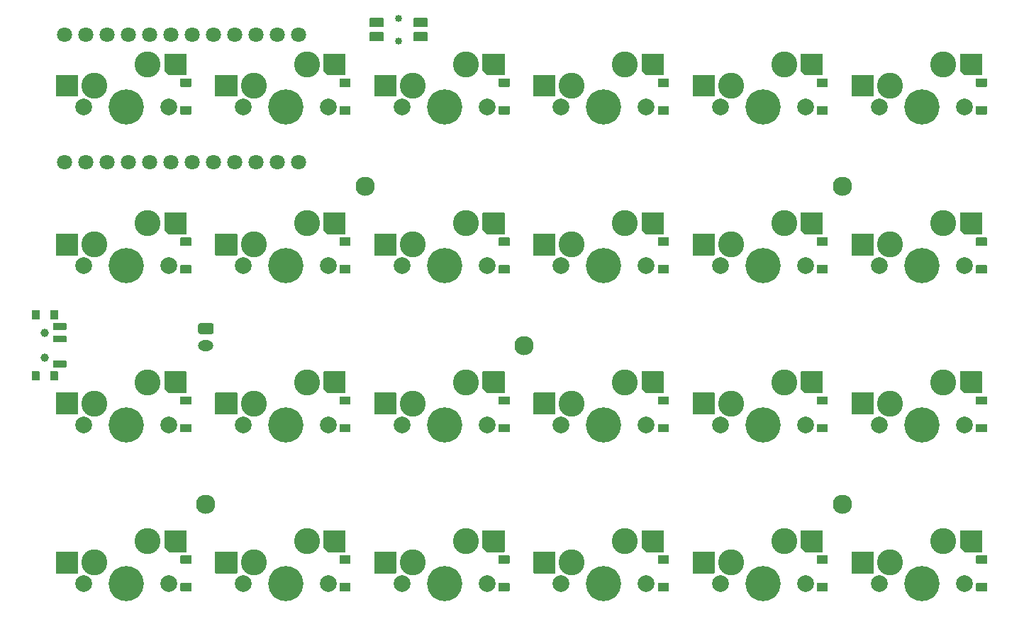
<source format=gbs>
G04 #@! TF.GenerationSoftware,KiCad,Pcbnew,8.0.6+1*
G04 #@! TF.CreationDate,2024-11-11T16:29:32+00:00*
G04 #@! TF.ProjectId,not_about_money,6e6f745f-6162-46f7-9574-5f6d6f6e6579,v1.0.0*
G04 #@! TF.SameCoordinates,Original*
G04 #@! TF.FileFunction,Soldermask,Bot*
G04 #@! TF.FilePolarity,Negative*
%FSLAX46Y46*%
G04 Gerber Fmt 4.6, Leading zero omitted, Abs format (unit mm)*
G04 Created by KiCad (PCBNEW 8.0.6+1) date 2024-11-11 16:29:32*
%MOMM*%
%LPD*%
G01*
G04 APERTURE LIST*
%ADD10C,2.300000*%
%ADD11C,4.200000*%
%ADD12C,2.000000*%
%ADD13C,3.100000*%
%ADD14C,1.800000*%
%ADD15C,1.000000*%
%ADD16C,0.850000*%
%ADD17O,1.850000X1.300000*%
G04 APERTURE END LIST*
D10*
X128500000Y-52500000D03*
X185500000Y-52500000D03*
X185500000Y-90500000D03*
X109500000Y-90500000D03*
X147500000Y-71500000D03*
D11*
X100000000Y-100000000D03*
D12*
X105080000Y-100000000D03*
X94920000Y-100000000D03*
D13*
X102540000Y-94920000D03*
X96190000Y-97460000D03*
G36*
G01*
X91590000Y-98710000D02*
X91590000Y-96210000D01*
G75*
G02*
X91640000Y-96160000I50000J0D01*
G01*
X94190000Y-96160000D01*
G75*
G02*
X94240000Y-96210000I0J-50000D01*
G01*
X94240000Y-98710000D01*
G75*
G02*
X94190000Y-98760000I-50000J0D01*
G01*
X91640000Y-98760000D01*
G75*
G02*
X91590000Y-98710000I0J50000D01*
G01*
G37*
G36*
X107152355Y-93634645D02*
G01*
X107167000Y-93670000D01*
X107167000Y-96170000D01*
X107152355Y-96205355D01*
X107117000Y-96220000D01*
X105067000Y-96220000D01*
X105031645Y-96205355D01*
X104531645Y-95705355D01*
X104517000Y-95670000D01*
X104517000Y-93670000D01*
X104531645Y-93634645D01*
X104567000Y-93620000D01*
X107117000Y-93620000D01*
X107152355Y-93634645D01*
G37*
D11*
X100000000Y-81000000D03*
D12*
X105080000Y-81000000D03*
X94920000Y-81000000D03*
D13*
X102540000Y-75920000D03*
X96190000Y-78460000D03*
G36*
G01*
X91590000Y-79710000D02*
X91590000Y-77210000D01*
G75*
G02*
X91640000Y-77160000I50000J0D01*
G01*
X94190000Y-77160000D01*
G75*
G02*
X94240000Y-77210000I0J-50000D01*
G01*
X94240000Y-79710000D01*
G75*
G02*
X94190000Y-79760000I-50000J0D01*
G01*
X91640000Y-79760000D01*
G75*
G02*
X91590000Y-79710000I0J50000D01*
G01*
G37*
G36*
X107152355Y-74634645D02*
G01*
X107167000Y-74670000D01*
X107167000Y-77170000D01*
X107152355Y-77205355D01*
X107117000Y-77220000D01*
X105067000Y-77220000D01*
X105031645Y-77205355D01*
X104531645Y-76705355D01*
X104517000Y-76670000D01*
X104517000Y-74670000D01*
X104531645Y-74634645D01*
X104567000Y-74620000D01*
X107117000Y-74620000D01*
X107152355Y-74634645D01*
G37*
D11*
X100000000Y-62000000D03*
D12*
X105080000Y-62000000D03*
X94920000Y-62000000D03*
D13*
X102540000Y-56920000D03*
X96190000Y-59460000D03*
G36*
G01*
X91590000Y-60710000D02*
X91590000Y-58210000D01*
G75*
G02*
X91640000Y-58160000I50000J0D01*
G01*
X94190000Y-58160000D01*
G75*
G02*
X94240000Y-58210000I0J-50000D01*
G01*
X94240000Y-60710000D01*
G75*
G02*
X94190000Y-60760000I-50000J0D01*
G01*
X91640000Y-60760000D01*
G75*
G02*
X91590000Y-60710000I0J50000D01*
G01*
G37*
G36*
X107152355Y-55634645D02*
G01*
X107167000Y-55670000D01*
X107167000Y-58170000D01*
X107152355Y-58205355D01*
X107117000Y-58220000D01*
X105067000Y-58220000D01*
X105031645Y-58205355D01*
X104531645Y-57705355D01*
X104517000Y-57670000D01*
X104517000Y-55670000D01*
X104531645Y-55634645D01*
X104567000Y-55620000D01*
X107117000Y-55620000D01*
X107152355Y-55634645D01*
G37*
D11*
X100000000Y-43000000D03*
D12*
X105080000Y-43000000D03*
X94920000Y-43000000D03*
D13*
X102540000Y-37920000D03*
X96190000Y-40460000D03*
G36*
G01*
X91590000Y-41710000D02*
X91590000Y-39210000D01*
G75*
G02*
X91640000Y-39160000I50000J0D01*
G01*
X94190000Y-39160000D01*
G75*
G02*
X94240000Y-39210000I0J-50000D01*
G01*
X94240000Y-41710000D01*
G75*
G02*
X94190000Y-41760000I-50000J0D01*
G01*
X91640000Y-41760000D01*
G75*
G02*
X91590000Y-41710000I0J50000D01*
G01*
G37*
G36*
X107152355Y-36634645D02*
G01*
X107167000Y-36670000D01*
X107167000Y-39170000D01*
X107152355Y-39205355D01*
X107117000Y-39220000D01*
X105067000Y-39220000D01*
X105031645Y-39205355D01*
X104531645Y-38705355D01*
X104517000Y-38670000D01*
X104517000Y-36670000D01*
X104531645Y-36634645D01*
X104567000Y-36620000D01*
X107117000Y-36620000D01*
X107152355Y-36634645D01*
G37*
D11*
X119000000Y-100000000D03*
D12*
X124080000Y-100000000D03*
X113920000Y-100000000D03*
D13*
X121540000Y-94920000D03*
X115190000Y-97460000D03*
G36*
G01*
X110590000Y-98710000D02*
X110590000Y-96210000D01*
G75*
G02*
X110640000Y-96160000I50000J0D01*
G01*
X113190000Y-96160000D01*
G75*
G02*
X113240000Y-96210000I0J-50000D01*
G01*
X113240000Y-98710000D01*
G75*
G02*
X113190000Y-98760000I-50000J0D01*
G01*
X110640000Y-98760000D01*
G75*
G02*
X110590000Y-98710000I0J50000D01*
G01*
G37*
G36*
X126152355Y-93634645D02*
G01*
X126167000Y-93670000D01*
X126167000Y-96170000D01*
X126152355Y-96205355D01*
X126117000Y-96220000D01*
X124067000Y-96220000D01*
X124031645Y-96205355D01*
X123531645Y-95705355D01*
X123517000Y-95670000D01*
X123517000Y-93670000D01*
X123531645Y-93634645D01*
X123567000Y-93620000D01*
X126117000Y-93620000D01*
X126152355Y-93634645D01*
G37*
D11*
X119000000Y-81000000D03*
D12*
X124080000Y-81000000D03*
X113920000Y-81000000D03*
D13*
X121540000Y-75920000D03*
X115190000Y-78460000D03*
G36*
G01*
X110590000Y-79710000D02*
X110590000Y-77210000D01*
G75*
G02*
X110640000Y-77160000I50000J0D01*
G01*
X113190000Y-77160000D01*
G75*
G02*
X113240000Y-77210000I0J-50000D01*
G01*
X113240000Y-79710000D01*
G75*
G02*
X113190000Y-79760000I-50000J0D01*
G01*
X110640000Y-79760000D01*
G75*
G02*
X110590000Y-79710000I0J50000D01*
G01*
G37*
G36*
X126152355Y-74634645D02*
G01*
X126167000Y-74670000D01*
X126167000Y-77170000D01*
X126152355Y-77205355D01*
X126117000Y-77220000D01*
X124067000Y-77220000D01*
X124031645Y-77205355D01*
X123531645Y-76705355D01*
X123517000Y-76670000D01*
X123517000Y-74670000D01*
X123531645Y-74634645D01*
X123567000Y-74620000D01*
X126117000Y-74620000D01*
X126152355Y-74634645D01*
G37*
D11*
X119000000Y-62000000D03*
D12*
X124080000Y-62000000D03*
X113920000Y-62000000D03*
D13*
X121540000Y-56920000D03*
X115190000Y-59460000D03*
G36*
G01*
X110590000Y-60710000D02*
X110590000Y-58210000D01*
G75*
G02*
X110640000Y-58160000I50000J0D01*
G01*
X113190000Y-58160000D01*
G75*
G02*
X113240000Y-58210000I0J-50000D01*
G01*
X113240000Y-60710000D01*
G75*
G02*
X113190000Y-60760000I-50000J0D01*
G01*
X110640000Y-60760000D01*
G75*
G02*
X110590000Y-60710000I0J50000D01*
G01*
G37*
G36*
X126152355Y-55634645D02*
G01*
X126167000Y-55670000D01*
X126167000Y-58170000D01*
X126152355Y-58205355D01*
X126117000Y-58220000D01*
X124067000Y-58220000D01*
X124031645Y-58205355D01*
X123531645Y-57705355D01*
X123517000Y-57670000D01*
X123517000Y-55670000D01*
X123531645Y-55634645D01*
X123567000Y-55620000D01*
X126117000Y-55620000D01*
X126152355Y-55634645D01*
G37*
D11*
X119000000Y-43000000D03*
D12*
X124080000Y-43000000D03*
X113920000Y-43000000D03*
D13*
X121540000Y-37920000D03*
X115190000Y-40460000D03*
G36*
G01*
X110590000Y-41710000D02*
X110590000Y-39210000D01*
G75*
G02*
X110640000Y-39160000I50000J0D01*
G01*
X113190000Y-39160000D01*
G75*
G02*
X113240000Y-39210000I0J-50000D01*
G01*
X113240000Y-41710000D01*
G75*
G02*
X113190000Y-41760000I-50000J0D01*
G01*
X110640000Y-41760000D01*
G75*
G02*
X110590000Y-41710000I0J50000D01*
G01*
G37*
G36*
X126152355Y-36634645D02*
G01*
X126167000Y-36670000D01*
X126167000Y-39170000D01*
X126152355Y-39205355D01*
X126117000Y-39220000D01*
X124067000Y-39220000D01*
X124031645Y-39205355D01*
X123531645Y-38705355D01*
X123517000Y-38670000D01*
X123517000Y-36670000D01*
X123531645Y-36634645D01*
X123567000Y-36620000D01*
X126117000Y-36620000D01*
X126152355Y-36634645D01*
G37*
D11*
X138000000Y-100000000D03*
D12*
X143080000Y-100000000D03*
X132920000Y-100000000D03*
D13*
X140540000Y-94920000D03*
X134190000Y-97460000D03*
G36*
G01*
X129590000Y-98710000D02*
X129590000Y-96210000D01*
G75*
G02*
X129640000Y-96160000I50000J0D01*
G01*
X132190000Y-96160000D01*
G75*
G02*
X132240000Y-96210000I0J-50000D01*
G01*
X132240000Y-98710000D01*
G75*
G02*
X132190000Y-98760000I-50000J0D01*
G01*
X129640000Y-98760000D01*
G75*
G02*
X129590000Y-98710000I0J50000D01*
G01*
G37*
G36*
X145152355Y-93634645D02*
G01*
X145167000Y-93670000D01*
X145167000Y-96170000D01*
X145152355Y-96205355D01*
X145117000Y-96220000D01*
X143067000Y-96220000D01*
X143031645Y-96205355D01*
X142531645Y-95705355D01*
X142517000Y-95670000D01*
X142517000Y-93670000D01*
X142531645Y-93634645D01*
X142567000Y-93620000D01*
X145117000Y-93620000D01*
X145152355Y-93634645D01*
G37*
D11*
X138000000Y-81000000D03*
D12*
X143080000Y-81000000D03*
X132920000Y-81000000D03*
D13*
X140540000Y-75920000D03*
X134190000Y-78460000D03*
G36*
G01*
X129590000Y-79710000D02*
X129590000Y-77210000D01*
G75*
G02*
X129640000Y-77160000I50000J0D01*
G01*
X132190000Y-77160000D01*
G75*
G02*
X132240000Y-77210000I0J-50000D01*
G01*
X132240000Y-79710000D01*
G75*
G02*
X132190000Y-79760000I-50000J0D01*
G01*
X129640000Y-79760000D01*
G75*
G02*
X129590000Y-79710000I0J50000D01*
G01*
G37*
G36*
X145152355Y-74634645D02*
G01*
X145167000Y-74670000D01*
X145167000Y-77170000D01*
X145152355Y-77205355D01*
X145117000Y-77220000D01*
X143067000Y-77220000D01*
X143031645Y-77205355D01*
X142531645Y-76705355D01*
X142517000Y-76670000D01*
X142517000Y-74670000D01*
X142531645Y-74634645D01*
X142567000Y-74620000D01*
X145117000Y-74620000D01*
X145152355Y-74634645D01*
G37*
D11*
X138000000Y-62000000D03*
D12*
X143080000Y-62000000D03*
X132920000Y-62000000D03*
D13*
X140540000Y-56920000D03*
X134190000Y-59460000D03*
G36*
G01*
X129590000Y-60710000D02*
X129590000Y-58210000D01*
G75*
G02*
X129640000Y-58160000I50000J0D01*
G01*
X132190000Y-58160000D01*
G75*
G02*
X132240000Y-58210000I0J-50000D01*
G01*
X132240000Y-60710000D01*
G75*
G02*
X132190000Y-60760000I-50000J0D01*
G01*
X129640000Y-60760000D01*
G75*
G02*
X129590000Y-60710000I0J50000D01*
G01*
G37*
G36*
X145152355Y-55634645D02*
G01*
X145167000Y-55670000D01*
X145167000Y-58170000D01*
X145152355Y-58205355D01*
X145117000Y-58220000D01*
X143067000Y-58220000D01*
X143031645Y-58205355D01*
X142531645Y-57705355D01*
X142517000Y-57670000D01*
X142517000Y-55670000D01*
X142531645Y-55634645D01*
X142567000Y-55620000D01*
X145117000Y-55620000D01*
X145152355Y-55634645D01*
G37*
D11*
X138000000Y-43000000D03*
D12*
X143080000Y-43000000D03*
X132920000Y-43000000D03*
D13*
X140540000Y-37920000D03*
X134190000Y-40460000D03*
G36*
G01*
X129590000Y-41710000D02*
X129590000Y-39210000D01*
G75*
G02*
X129640000Y-39160000I50000J0D01*
G01*
X132190000Y-39160000D01*
G75*
G02*
X132240000Y-39210000I0J-50000D01*
G01*
X132240000Y-41710000D01*
G75*
G02*
X132190000Y-41760000I-50000J0D01*
G01*
X129640000Y-41760000D01*
G75*
G02*
X129590000Y-41710000I0J50000D01*
G01*
G37*
G36*
X145152355Y-36634645D02*
G01*
X145167000Y-36670000D01*
X145167000Y-39170000D01*
X145152355Y-39205355D01*
X145117000Y-39220000D01*
X143067000Y-39220000D01*
X143031645Y-39205355D01*
X142531645Y-38705355D01*
X142517000Y-38670000D01*
X142517000Y-36670000D01*
X142531645Y-36634645D01*
X142567000Y-36620000D01*
X145117000Y-36620000D01*
X145152355Y-36634645D01*
G37*
D11*
X157000000Y-100000000D03*
D12*
X162080000Y-100000000D03*
X151920000Y-100000000D03*
D13*
X159540000Y-94920000D03*
X153190000Y-97460000D03*
G36*
G01*
X148590000Y-98710000D02*
X148590000Y-96210000D01*
G75*
G02*
X148640000Y-96160000I50000J0D01*
G01*
X151190000Y-96160000D01*
G75*
G02*
X151240000Y-96210000I0J-50000D01*
G01*
X151240000Y-98710000D01*
G75*
G02*
X151190000Y-98760000I-50000J0D01*
G01*
X148640000Y-98760000D01*
G75*
G02*
X148590000Y-98710000I0J50000D01*
G01*
G37*
G36*
X164152355Y-93634645D02*
G01*
X164167000Y-93670000D01*
X164167000Y-96170000D01*
X164152355Y-96205355D01*
X164117000Y-96220000D01*
X162067000Y-96220000D01*
X162031645Y-96205355D01*
X161531645Y-95705355D01*
X161517000Y-95670000D01*
X161517000Y-93670000D01*
X161531645Y-93634645D01*
X161567000Y-93620000D01*
X164117000Y-93620000D01*
X164152355Y-93634645D01*
G37*
D11*
X157000000Y-81000000D03*
D12*
X162080000Y-81000000D03*
X151920000Y-81000000D03*
D13*
X159540000Y-75920000D03*
X153190000Y-78460000D03*
G36*
G01*
X148590000Y-79710000D02*
X148590000Y-77210000D01*
G75*
G02*
X148640000Y-77160000I50000J0D01*
G01*
X151190000Y-77160000D01*
G75*
G02*
X151240000Y-77210000I0J-50000D01*
G01*
X151240000Y-79710000D01*
G75*
G02*
X151190000Y-79760000I-50000J0D01*
G01*
X148640000Y-79760000D01*
G75*
G02*
X148590000Y-79710000I0J50000D01*
G01*
G37*
G36*
X164152355Y-74634645D02*
G01*
X164167000Y-74670000D01*
X164167000Y-77170000D01*
X164152355Y-77205355D01*
X164117000Y-77220000D01*
X162067000Y-77220000D01*
X162031645Y-77205355D01*
X161531645Y-76705355D01*
X161517000Y-76670000D01*
X161517000Y-74670000D01*
X161531645Y-74634645D01*
X161567000Y-74620000D01*
X164117000Y-74620000D01*
X164152355Y-74634645D01*
G37*
D11*
X157000000Y-62000000D03*
D12*
X162080000Y-62000000D03*
X151920000Y-62000000D03*
D13*
X159540000Y-56920000D03*
X153190000Y-59460000D03*
G36*
G01*
X148590000Y-60710000D02*
X148590000Y-58210000D01*
G75*
G02*
X148640000Y-58160000I50000J0D01*
G01*
X151190000Y-58160000D01*
G75*
G02*
X151240000Y-58210000I0J-50000D01*
G01*
X151240000Y-60710000D01*
G75*
G02*
X151190000Y-60760000I-50000J0D01*
G01*
X148640000Y-60760000D01*
G75*
G02*
X148590000Y-60710000I0J50000D01*
G01*
G37*
G36*
X164152355Y-55634645D02*
G01*
X164167000Y-55670000D01*
X164167000Y-58170000D01*
X164152355Y-58205355D01*
X164117000Y-58220000D01*
X162067000Y-58220000D01*
X162031645Y-58205355D01*
X161531645Y-57705355D01*
X161517000Y-57670000D01*
X161517000Y-55670000D01*
X161531645Y-55634645D01*
X161567000Y-55620000D01*
X164117000Y-55620000D01*
X164152355Y-55634645D01*
G37*
D11*
X157000000Y-43000000D03*
D12*
X162080000Y-43000000D03*
X151920000Y-43000000D03*
D13*
X159540000Y-37920000D03*
X153190000Y-40460000D03*
G36*
G01*
X148590000Y-41710000D02*
X148590000Y-39210000D01*
G75*
G02*
X148640000Y-39160000I50000J0D01*
G01*
X151190000Y-39160000D01*
G75*
G02*
X151240000Y-39210000I0J-50000D01*
G01*
X151240000Y-41710000D01*
G75*
G02*
X151190000Y-41760000I-50000J0D01*
G01*
X148640000Y-41760000D01*
G75*
G02*
X148590000Y-41710000I0J50000D01*
G01*
G37*
G36*
X164152355Y-36634645D02*
G01*
X164167000Y-36670000D01*
X164167000Y-39170000D01*
X164152355Y-39205355D01*
X164117000Y-39220000D01*
X162067000Y-39220000D01*
X162031645Y-39205355D01*
X161531645Y-38705355D01*
X161517000Y-38670000D01*
X161517000Y-36670000D01*
X161531645Y-36634645D01*
X161567000Y-36620000D01*
X164117000Y-36620000D01*
X164152355Y-36634645D01*
G37*
D11*
X176000000Y-100000000D03*
D12*
X181080000Y-100000000D03*
X170920000Y-100000000D03*
D13*
X178540000Y-94920000D03*
X172190000Y-97460000D03*
G36*
G01*
X167590000Y-98710000D02*
X167590000Y-96210000D01*
G75*
G02*
X167640000Y-96160000I50000J0D01*
G01*
X170190000Y-96160000D01*
G75*
G02*
X170240000Y-96210000I0J-50000D01*
G01*
X170240000Y-98710000D01*
G75*
G02*
X170190000Y-98760000I-50000J0D01*
G01*
X167640000Y-98760000D01*
G75*
G02*
X167590000Y-98710000I0J50000D01*
G01*
G37*
G36*
X183152355Y-93634645D02*
G01*
X183167000Y-93670000D01*
X183167000Y-96170000D01*
X183152355Y-96205355D01*
X183117000Y-96220000D01*
X181067000Y-96220000D01*
X181031645Y-96205355D01*
X180531645Y-95705355D01*
X180517000Y-95670000D01*
X180517000Y-93670000D01*
X180531645Y-93634645D01*
X180567000Y-93620000D01*
X183117000Y-93620000D01*
X183152355Y-93634645D01*
G37*
D11*
X176000000Y-81000000D03*
D12*
X181080000Y-81000000D03*
X170920000Y-81000000D03*
D13*
X178540000Y-75920000D03*
X172190000Y-78460000D03*
G36*
G01*
X167590000Y-79710000D02*
X167590000Y-77210000D01*
G75*
G02*
X167640000Y-77160000I50000J0D01*
G01*
X170190000Y-77160000D01*
G75*
G02*
X170240000Y-77210000I0J-50000D01*
G01*
X170240000Y-79710000D01*
G75*
G02*
X170190000Y-79760000I-50000J0D01*
G01*
X167640000Y-79760000D01*
G75*
G02*
X167590000Y-79710000I0J50000D01*
G01*
G37*
G36*
X183152355Y-74634645D02*
G01*
X183167000Y-74670000D01*
X183167000Y-77170000D01*
X183152355Y-77205355D01*
X183117000Y-77220000D01*
X181067000Y-77220000D01*
X181031645Y-77205355D01*
X180531645Y-76705355D01*
X180517000Y-76670000D01*
X180517000Y-74670000D01*
X180531645Y-74634645D01*
X180567000Y-74620000D01*
X183117000Y-74620000D01*
X183152355Y-74634645D01*
G37*
D11*
X176000000Y-62000000D03*
D12*
X181080000Y-62000000D03*
X170920000Y-62000000D03*
D13*
X178540000Y-56920000D03*
X172190000Y-59460000D03*
G36*
G01*
X167590000Y-60710000D02*
X167590000Y-58210000D01*
G75*
G02*
X167640000Y-58160000I50000J0D01*
G01*
X170190000Y-58160000D01*
G75*
G02*
X170240000Y-58210000I0J-50000D01*
G01*
X170240000Y-60710000D01*
G75*
G02*
X170190000Y-60760000I-50000J0D01*
G01*
X167640000Y-60760000D01*
G75*
G02*
X167590000Y-60710000I0J50000D01*
G01*
G37*
G36*
X183152355Y-55634645D02*
G01*
X183167000Y-55670000D01*
X183167000Y-58170000D01*
X183152355Y-58205355D01*
X183117000Y-58220000D01*
X181067000Y-58220000D01*
X181031645Y-58205355D01*
X180531645Y-57705355D01*
X180517000Y-57670000D01*
X180517000Y-55670000D01*
X180531645Y-55634645D01*
X180567000Y-55620000D01*
X183117000Y-55620000D01*
X183152355Y-55634645D01*
G37*
D11*
X176000000Y-43000000D03*
D12*
X181080000Y-43000000D03*
X170920000Y-43000000D03*
D13*
X178540000Y-37920000D03*
X172190000Y-40460000D03*
G36*
G01*
X167590000Y-41710000D02*
X167590000Y-39210000D01*
G75*
G02*
X167640000Y-39160000I50000J0D01*
G01*
X170190000Y-39160000D01*
G75*
G02*
X170240000Y-39210000I0J-50000D01*
G01*
X170240000Y-41710000D01*
G75*
G02*
X170190000Y-41760000I-50000J0D01*
G01*
X167640000Y-41760000D01*
G75*
G02*
X167590000Y-41710000I0J50000D01*
G01*
G37*
G36*
X183152355Y-36634645D02*
G01*
X183167000Y-36670000D01*
X183167000Y-39170000D01*
X183152355Y-39205355D01*
X183117000Y-39220000D01*
X181067000Y-39220000D01*
X181031645Y-39205355D01*
X180531645Y-38705355D01*
X180517000Y-38670000D01*
X180517000Y-36670000D01*
X180531645Y-36634645D01*
X180567000Y-36620000D01*
X183117000Y-36620000D01*
X183152355Y-36634645D01*
G37*
D11*
X195000000Y-100000000D03*
D12*
X200080000Y-100000000D03*
X189920000Y-100000000D03*
D13*
X197540000Y-94920000D03*
X191190000Y-97460000D03*
G36*
G01*
X186590000Y-98710000D02*
X186590000Y-96210000D01*
G75*
G02*
X186640000Y-96160000I50000J0D01*
G01*
X189190000Y-96160000D01*
G75*
G02*
X189240000Y-96210000I0J-50000D01*
G01*
X189240000Y-98710000D01*
G75*
G02*
X189190000Y-98760000I-50000J0D01*
G01*
X186640000Y-98760000D01*
G75*
G02*
X186590000Y-98710000I0J50000D01*
G01*
G37*
G36*
X202152355Y-93634645D02*
G01*
X202167000Y-93670000D01*
X202167000Y-96170000D01*
X202152355Y-96205355D01*
X202117000Y-96220000D01*
X200067000Y-96220000D01*
X200031645Y-96205355D01*
X199531645Y-95705355D01*
X199517000Y-95670000D01*
X199517000Y-93670000D01*
X199531645Y-93634645D01*
X199567000Y-93620000D01*
X202117000Y-93620000D01*
X202152355Y-93634645D01*
G37*
D11*
X195000000Y-81000000D03*
D12*
X200080000Y-81000000D03*
X189920000Y-81000000D03*
D13*
X197540000Y-75920000D03*
X191190000Y-78460000D03*
G36*
G01*
X186590000Y-79710000D02*
X186590000Y-77210000D01*
G75*
G02*
X186640000Y-77160000I50000J0D01*
G01*
X189190000Y-77160000D01*
G75*
G02*
X189240000Y-77210000I0J-50000D01*
G01*
X189240000Y-79710000D01*
G75*
G02*
X189190000Y-79760000I-50000J0D01*
G01*
X186640000Y-79760000D01*
G75*
G02*
X186590000Y-79710000I0J50000D01*
G01*
G37*
G36*
X202152355Y-74634645D02*
G01*
X202167000Y-74670000D01*
X202167000Y-77170000D01*
X202152355Y-77205355D01*
X202117000Y-77220000D01*
X200067000Y-77220000D01*
X200031645Y-77205355D01*
X199531645Y-76705355D01*
X199517000Y-76670000D01*
X199517000Y-74670000D01*
X199531645Y-74634645D01*
X199567000Y-74620000D01*
X202117000Y-74620000D01*
X202152355Y-74634645D01*
G37*
D11*
X195000000Y-62000000D03*
D12*
X200080000Y-62000000D03*
X189920000Y-62000000D03*
D13*
X197540000Y-56920000D03*
X191190000Y-59460000D03*
G36*
G01*
X186590000Y-60710000D02*
X186590000Y-58210000D01*
G75*
G02*
X186640000Y-58160000I50000J0D01*
G01*
X189190000Y-58160000D01*
G75*
G02*
X189240000Y-58210000I0J-50000D01*
G01*
X189240000Y-60710000D01*
G75*
G02*
X189190000Y-60760000I-50000J0D01*
G01*
X186640000Y-60760000D01*
G75*
G02*
X186590000Y-60710000I0J50000D01*
G01*
G37*
G36*
X202152355Y-55634645D02*
G01*
X202167000Y-55670000D01*
X202167000Y-58170000D01*
X202152355Y-58205355D01*
X202117000Y-58220000D01*
X200067000Y-58220000D01*
X200031645Y-58205355D01*
X199531645Y-57705355D01*
X199517000Y-57670000D01*
X199517000Y-55670000D01*
X199531645Y-55634645D01*
X199567000Y-55620000D01*
X202117000Y-55620000D01*
X202152355Y-55634645D01*
G37*
D11*
X195000000Y-43000000D03*
D12*
X200080000Y-43000000D03*
X189920000Y-43000000D03*
D13*
X197540000Y-37920000D03*
X191190000Y-40460000D03*
G36*
G01*
X186590000Y-41710000D02*
X186590000Y-39210000D01*
G75*
G02*
X186640000Y-39160000I50000J0D01*
G01*
X189190000Y-39160000D01*
G75*
G02*
X189240000Y-39210000I0J-50000D01*
G01*
X189240000Y-41710000D01*
G75*
G02*
X189190000Y-41760000I-50000J0D01*
G01*
X186640000Y-41760000D01*
G75*
G02*
X186590000Y-41710000I0J50000D01*
G01*
G37*
G36*
X202152355Y-36634645D02*
G01*
X202167000Y-36670000D01*
X202167000Y-39170000D01*
X202152355Y-39205355D01*
X202117000Y-39220000D01*
X200067000Y-39220000D01*
X200031645Y-39205355D01*
X199531645Y-38705355D01*
X199517000Y-38670000D01*
X199517000Y-36670000D01*
X199531645Y-36634645D01*
X199567000Y-36620000D01*
X202117000Y-36620000D01*
X202152355Y-36634645D01*
G37*
G36*
G01*
X107700000Y-97600000D02*
X106500000Y-97600000D01*
G75*
G02*
X106450000Y-97550000I0J50000D01*
G01*
X106450000Y-96650000D01*
G75*
G02*
X106500000Y-96600000I50000J0D01*
G01*
X107700000Y-96600000D01*
G75*
G02*
X107750000Y-96650000I0J-50000D01*
G01*
X107750000Y-97550000D01*
G75*
G02*
X107700000Y-97600000I-50000J0D01*
G01*
G37*
G36*
G01*
X107700000Y-100900000D02*
X106500000Y-100900000D01*
G75*
G02*
X106450000Y-100850000I0J50000D01*
G01*
X106450000Y-99950000D01*
G75*
G02*
X106500000Y-99900000I50000J0D01*
G01*
X107700000Y-99900000D01*
G75*
G02*
X107750000Y-99950000I0J-50000D01*
G01*
X107750000Y-100850000D01*
G75*
G02*
X107700000Y-100900000I-50000J0D01*
G01*
G37*
G36*
G01*
X107700000Y-78600000D02*
X106500000Y-78600000D01*
G75*
G02*
X106450000Y-78550000I0J50000D01*
G01*
X106450000Y-77650000D01*
G75*
G02*
X106500000Y-77600000I50000J0D01*
G01*
X107700000Y-77600000D01*
G75*
G02*
X107750000Y-77650000I0J-50000D01*
G01*
X107750000Y-78550000D01*
G75*
G02*
X107700000Y-78600000I-50000J0D01*
G01*
G37*
G36*
G01*
X107700000Y-81900000D02*
X106500000Y-81900000D01*
G75*
G02*
X106450000Y-81850000I0J50000D01*
G01*
X106450000Y-80950000D01*
G75*
G02*
X106500000Y-80900000I50000J0D01*
G01*
X107700000Y-80900000D01*
G75*
G02*
X107750000Y-80950000I0J-50000D01*
G01*
X107750000Y-81850000D01*
G75*
G02*
X107700000Y-81900000I-50000J0D01*
G01*
G37*
G36*
G01*
X107700000Y-59600000D02*
X106500000Y-59600000D01*
G75*
G02*
X106450000Y-59550000I0J50000D01*
G01*
X106450000Y-58650000D01*
G75*
G02*
X106500000Y-58600000I50000J0D01*
G01*
X107700000Y-58600000D01*
G75*
G02*
X107750000Y-58650000I0J-50000D01*
G01*
X107750000Y-59550000D01*
G75*
G02*
X107700000Y-59600000I-50000J0D01*
G01*
G37*
G36*
G01*
X107700000Y-62900000D02*
X106500000Y-62900000D01*
G75*
G02*
X106450000Y-62850000I0J50000D01*
G01*
X106450000Y-61950000D01*
G75*
G02*
X106500000Y-61900000I50000J0D01*
G01*
X107700000Y-61900000D01*
G75*
G02*
X107750000Y-61950000I0J-50000D01*
G01*
X107750000Y-62850000D01*
G75*
G02*
X107700000Y-62900000I-50000J0D01*
G01*
G37*
G36*
G01*
X107700000Y-40600000D02*
X106500000Y-40600000D01*
G75*
G02*
X106450000Y-40550000I0J50000D01*
G01*
X106450000Y-39650000D01*
G75*
G02*
X106500000Y-39600000I50000J0D01*
G01*
X107700000Y-39600000D01*
G75*
G02*
X107750000Y-39650000I0J-50000D01*
G01*
X107750000Y-40550000D01*
G75*
G02*
X107700000Y-40600000I-50000J0D01*
G01*
G37*
G36*
G01*
X107700000Y-43900000D02*
X106500000Y-43900000D01*
G75*
G02*
X106450000Y-43850000I0J50000D01*
G01*
X106450000Y-42950000D01*
G75*
G02*
X106500000Y-42900000I50000J0D01*
G01*
X107700000Y-42900000D01*
G75*
G02*
X107750000Y-42950000I0J-50000D01*
G01*
X107750000Y-43850000D01*
G75*
G02*
X107700000Y-43900000I-50000J0D01*
G01*
G37*
G36*
G01*
X126700000Y-97600000D02*
X125500000Y-97600000D01*
G75*
G02*
X125450000Y-97550000I0J50000D01*
G01*
X125450000Y-96650000D01*
G75*
G02*
X125500000Y-96600000I50000J0D01*
G01*
X126700000Y-96600000D01*
G75*
G02*
X126750000Y-96650000I0J-50000D01*
G01*
X126750000Y-97550000D01*
G75*
G02*
X126700000Y-97600000I-50000J0D01*
G01*
G37*
G36*
G01*
X126700000Y-100900000D02*
X125500000Y-100900000D01*
G75*
G02*
X125450000Y-100850000I0J50000D01*
G01*
X125450000Y-99950000D01*
G75*
G02*
X125500000Y-99900000I50000J0D01*
G01*
X126700000Y-99900000D01*
G75*
G02*
X126750000Y-99950000I0J-50000D01*
G01*
X126750000Y-100850000D01*
G75*
G02*
X126700000Y-100900000I-50000J0D01*
G01*
G37*
G36*
G01*
X126700000Y-78600000D02*
X125500000Y-78600000D01*
G75*
G02*
X125450000Y-78550000I0J50000D01*
G01*
X125450000Y-77650000D01*
G75*
G02*
X125500000Y-77600000I50000J0D01*
G01*
X126700000Y-77600000D01*
G75*
G02*
X126750000Y-77650000I0J-50000D01*
G01*
X126750000Y-78550000D01*
G75*
G02*
X126700000Y-78600000I-50000J0D01*
G01*
G37*
G36*
G01*
X126700000Y-81900000D02*
X125500000Y-81900000D01*
G75*
G02*
X125450000Y-81850000I0J50000D01*
G01*
X125450000Y-80950000D01*
G75*
G02*
X125500000Y-80900000I50000J0D01*
G01*
X126700000Y-80900000D01*
G75*
G02*
X126750000Y-80950000I0J-50000D01*
G01*
X126750000Y-81850000D01*
G75*
G02*
X126700000Y-81900000I-50000J0D01*
G01*
G37*
G36*
G01*
X126700000Y-59600000D02*
X125500000Y-59600000D01*
G75*
G02*
X125450000Y-59550000I0J50000D01*
G01*
X125450000Y-58650000D01*
G75*
G02*
X125500000Y-58600000I50000J0D01*
G01*
X126700000Y-58600000D01*
G75*
G02*
X126750000Y-58650000I0J-50000D01*
G01*
X126750000Y-59550000D01*
G75*
G02*
X126700000Y-59600000I-50000J0D01*
G01*
G37*
G36*
G01*
X126700000Y-62900000D02*
X125500000Y-62900000D01*
G75*
G02*
X125450000Y-62850000I0J50000D01*
G01*
X125450000Y-61950000D01*
G75*
G02*
X125500000Y-61900000I50000J0D01*
G01*
X126700000Y-61900000D01*
G75*
G02*
X126750000Y-61950000I0J-50000D01*
G01*
X126750000Y-62850000D01*
G75*
G02*
X126700000Y-62900000I-50000J0D01*
G01*
G37*
G36*
G01*
X126700000Y-40600000D02*
X125500000Y-40600000D01*
G75*
G02*
X125450000Y-40550000I0J50000D01*
G01*
X125450000Y-39650000D01*
G75*
G02*
X125500000Y-39600000I50000J0D01*
G01*
X126700000Y-39600000D01*
G75*
G02*
X126750000Y-39650000I0J-50000D01*
G01*
X126750000Y-40550000D01*
G75*
G02*
X126700000Y-40600000I-50000J0D01*
G01*
G37*
G36*
G01*
X126700000Y-43900000D02*
X125500000Y-43900000D01*
G75*
G02*
X125450000Y-43850000I0J50000D01*
G01*
X125450000Y-42950000D01*
G75*
G02*
X125500000Y-42900000I50000J0D01*
G01*
X126700000Y-42900000D01*
G75*
G02*
X126750000Y-42950000I0J-50000D01*
G01*
X126750000Y-43850000D01*
G75*
G02*
X126700000Y-43900000I-50000J0D01*
G01*
G37*
G36*
G01*
X145700000Y-97600000D02*
X144500000Y-97600000D01*
G75*
G02*
X144450000Y-97550000I0J50000D01*
G01*
X144450000Y-96650000D01*
G75*
G02*
X144500000Y-96600000I50000J0D01*
G01*
X145700000Y-96600000D01*
G75*
G02*
X145750000Y-96650000I0J-50000D01*
G01*
X145750000Y-97550000D01*
G75*
G02*
X145700000Y-97600000I-50000J0D01*
G01*
G37*
G36*
G01*
X145700000Y-100900000D02*
X144500000Y-100900000D01*
G75*
G02*
X144450000Y-100850000I0J50000D01*
G01*
X144450000Y-99950000D01*
G75*
G02*
X144500000Y-99900000I50000J0D01*
G01*
X145700000Y-99900000D01*
G75*
G02*
X145750000Y-99950000I0J-50000D01*
G01*
X145750000Y-100850000D01*
G75*
G02*
X145700000Y-100900000I-50000J0D01*
G01*
G37*
G36*
G01*
X145700000Y-78600000D02*
X144500000Y-78600000D01*
G75*
G02*
X144450000Y-78550000I0J50000D01*
G01*
X144450000Y-77650000D01*
G75*
G02*
X144500000Y-77600000I50000J0D01*
G01*
X145700000Y-77600000D01*
G75*
G02*
X145750000Y-77650000I0J-50000D01*
G01*
X145750000Y-78550000D01*
G75*
G02*
X145700000Y-78600000I-50000J0D01*
G01*
G37*
G36*
G01*
X145700000Y-81900000D02*
X144500000Y-81900000D01*
G75*
G02*
X144450000Y-81850000I0J50000D01*
G01*
X144450000Y-80950000D01*
G75*
G02*
X144500000Y-80900000I50000J0D01*
G01*
X145700000Y-80900000D01*
G75*
G02*
X145750000Y-80950000I0J-50000D01*
G01*
X145750000Y-81850000D01*
G75*
G02*
X145700000Y-81900000I-50000J0D01*
G01*
G37*
G36*
G01*
X145700000Y-59600000D02*
X144500000Y-59600000D01*
G75*
G02*
X144450000Y-59550000I0J50000D01*
G01*
X144450000Y-58650000D01*
G75*
G02*
X144500000Y-58600000I50000J0D01*
G01*
X145700000Y-58600000D01*
G75*
G02*
X145750000Y-58650000I0J-50000D01*
G01*
X145750000Y-59550000D01*
G75*
G02*
X145700000Y-59600000I-50000J0D01*
G01*
G37*
G36*
G01*
X145700000Y-62900000D02*
X144500000Y-62900000D01*
G75*
G02*
X144450000Y-62850000I0J50000D01*
G01*
X144450000Y-61950000D01*
G75*
G02*
X144500000Y-61900000I50000J0D01*
G01*
X145700000Y-61900000D01*
G75*
G02*
X145750000Y-61950000I0J-50000D01*
G01*
X145750000Y-62850000D01*
G75*
G02*
X145700000Y-62900000I-50000J0D01*
G01*
G37*
G36*
G01*
X145700000Y-40600000D02*
X144500000Y-40600000D01*
G75*
G02*
X144450000Y-40550000I0J50000D01*
G01*
X144450000Y-39650000D01*
G75*
G02*
X144500000Y-39600000I50000J0D01*
G01*
X145700000Y-39600000D01*
G75*
G02*
X145750000Y-39650000I0J-50000D01*
G01*
X145750000Y-40550000D01*
G75*
G02*
X145700000Y-40600000I-50000J0D01*
G01*
G37*
G36*
G01*
X145700000Y-43900000D02*
X144500000Y-43900000D01*
G75*
G02*
X144450000Y-43850000I0J50000D01*
G01*
X144450000Y-42950000D01*
G75*
G02*
X144500000Y-42900000I50000J0D01*
G01*
X145700000Y-42900000D01*
G75*
G02*
X145750000Y-42950000I0J-50000D01*
G01*
X145750000Y-43850000D01*
G75*
G02*
X145700000Y-43900000I-50000J0D01*
G01*
G37*
G36*
G01*
X164700000Y-97600000D02*
X163500000Y-97600000D01*
G75*
G02*
X163450000Y-97550000I0J50000D01*
G01*
X163450000Y-96650000D01*
G75*
G02*
X163500000Y-96600000I50000J0D01*
G01*
X164700000Y-96600000D01*
G75*
G02*
X164750000Y-96650000I0J-50000D01*
G01*
X164750000Y-97550000D01*
G75*
G02*
X164700000Y-97600000I-50000J0D01*
G01*
G37*
G36*
G01*
X164700000Y-100900000D02*
X163500000Y-100900000D01*
G75*
G02*
X163450000Y-100850000I0J50000D01*
G01*
X163450000Y-99950000D01*
G75*
G02*
X163500000Y-99900000I50000J0D01*
G01*
X164700000Y-99900000D01*
G75*
G02*
X164750000Y-99950000I0J-50000D01*
G01*
X164750000Y-100850000D01*
G75*
G02*
X164700000Y-100900000I-50000J0D01*
G01*
G37*
G36*
G01*
X164700000Y-78600000D02*
X163500000Y-78600000D01*
G75*
G02*
X163450000Y-78550000I0J50000D01*
G01*
X163450000Y-77650000D01*
G75*
G02*
X163500000Y-77600000I50000J0D01*
G01*
X164700000Y-77600000D01*
G75*
G02*
X164750000Y-77650000I0J-50000D01*
G01*
X164750000Y-78550000D01*
G75*
G02*
X164700000Y-78600000I-50000J0D01*
G01*
G37*
G36*
G01*
X164700000Y-81900000D02*
X163500000Y-81900000D01*
G75*
G02*
X163450000Y-81850000I0J50000D01*
G01*
X163450000Y-80950000D01*
G75*
G02*
X163500000Y-80900000I50000J0D01*
G01*
X164700000Y-80900000D01*
G75*
G02*
X164750000Y-80950000I0J-50000D01*
G01*
X164750000Y-81850000D01*
G75*
G02*
X164700000Y-81900000I-50000J0D01*
G01*
G37*
G36*
G01*
X164700000Y-59600000D02*
X163500000Y-59600000D01*
G75*
G02*
X163450000Y-59550000I0J50000D01*
G01*
X163450000Y-58650000D01*
G75*
G02*
X163500000Y-58600000I50000J0D01*
G01*
X164700000Y-58600000D01*
G75*
G02*
X164750000Y-58650000I0J-50000D01*
G01*
X164750000Y-59550000D01*
G75*
G02*
X164700000Y-59600000I-50000J0D01*
G01*
G37*
G36*
G01*
X164700000Y-62900000D02*
X163500000Y-62900000D01*
G75*
G02*
X163450000Y-62850000I0J50000D01*
G01*
X163450000Y-61950000D01*
G75*
G02*
X163500000Y-61900000I50000J0D01*
G01*
X164700000Y-61900000D01*
G75*
G02*
X164750000Y-61950000I0J-50000D01*
G01*
X164750000Y-62850000D01*
G75*
G02*
X164700000Y-62900000I-50000J0D01*
G01*
G37*
G36*
G01*
X164700000Y-40600000D02*
X163500000Y-40600000D01*
G75*
G02*
X163450000Y-40550000I0J50000D01*
G01*
X163450000Y-39650000D01*
G75*
G02*
X163500000Y-39600000I50000J0D01*
G01*
X164700000Y-39600000D01*
G75*
G02*
X164750000Y-39650000I0J-50000D01*
G01*
X164750000Y-40550000D01*
G75*
G02*
X164700000Y-40600000I-50000J0D01*
G01*
G37*
G36*
G01*
X164700000Y-43900000D02*
X163500000Y-43900000D01*
G75*
G02*
X163450000Y-43850000I0J50000D01*
G01*
X163450000Y-42950000D01*
G75*
G02*
X163500000Y-42900000I50000J0D01*
G01*
X164700000Y-42900000D01*
G75*
G02*
X164750000Y-42950000I0J-50000D01*
G01*
X164750000Y-43850000D01*
G75*
G02*
X164700000Y-43900000I-50000J0D01*
G01*
G37*
G36*
G01*
X183700000Y-97600000D02*
X182500000Y-97600000D01*
G75*
G02*
X182450000Y-97550000I0J50000D01*
G01*
X182450000Y-96650000D01*
G75*
G02*
X182500000Y-96600000I50000J0D01*
G01*
X183700000Y-96600000D01*
G75*
G02*
X183750000Y-96650000I0J-50000D01*
G01*
X183750000Y-97550000D01*
G75*
G02*
X183700000Y-97600000I-50000J0D01*
G01*
G37*
G36*
G01*
X183700000Y-100900000D02*
X182500000Y-100900000D01*
G75*
G02*
X182450000Y-100850000I0J50000D01*
G01*
X182450000Y-99950000D01*
G75*
G02*
X182500000Y-99900000I50000J0D01*
G01*
X183700000Y-99900000D01*
G75*
G02*
X183750000Y-99950000I0J-50000D01*
G01*
X183750000Y-100850000D01*
G75*
G02*
X183700000Y-100900000I-50000J0D01*
G01*
G37*
G36*
G01*
X183700000Y-78600000D02*
X182500000Y-78600000D01*
G75*
G02*
X182450000Y-78550000I0J50000D01*
G01*
X182450000Y-77650000D01*
G75*
G02*
X182500000Y-77600000I50000J0D01*
G01*
X183700000Y-77600000D01*
G75*
G02*
X183750000Y-77650000I0J-50000D01*
G01*
X183750000Y-78550000D01*
G75*
G02*
X183700000Y-78600000I-50000J0D01*
G01*
G37*
G36*
G01*
X183700000Y-81900000D02*
X182500000Y-81900000D01*
G75*
G02*
X182450000Y-81850000I0J50000D01*
G01*
X182450000Y-80950000D01*
G75*
G02*
X182500000Y-80900000I50000J0D01*
G01*
X183700000Y-80900000D01*
G75*
G02*
X183750000Y-80950000I0J-50000D01*
G01*
X183750000Y-81850000D01*
G75*
G02*
X183700000Y-81900000I-50000J0D01*
G01*
G37*
G36*
G01*
X183700000Y-59600000D02*
X182500000Y-59600000D01*
G75*
G02*
X182450000Y-59550000I0J50000D01*
G01*
X182450000Y-58650000D01*
G75*
G02*
X182500000Y-58600000I50000J0D01*
G01*
X183700000Y-58600000D01*
G75*
G02*
X183750000Y-58650000I0J-50000D01*
G01*
X183750000Y-59550000D01*
G75*
G02*
X183700000Y-59600000I-50000J0D01*
G01*
G37*
G36*
G01*
X183700000Y-62900000D02*
X182500000Y-62900000D01*
G75*
G02*
X182450000Y-62850000I0J50000D01*
G01*
X182450000Y-61950000D01*
G75*
G02*
X182500000Y-61900000I50000J0D01*
G01*
X183700000Y-61900000D01*
G75*
G02*
X183750000Y-61950000I0J-50000D01*
G01*
X183750000Y-62850000D01*
G75*
G02*
X183700000Y-62900000I-50000J0D01*
G01*
G37*
G36*
G01*
X183700000Y-40600000D02*
X182500000Y-40600000D01*
G75*
G02*
X182450000Y-40550000I0J50000D01*
G01*
X182450000Y-39650000D01*
G75*
G02*
X182500000Y-39600000I50000J0D01*
G01*
X183700000Y-39600000D01*
G75*
G02*
X183750000Y-39650000I0J-50000D01*
G01*
X183750000Y-40550000D01*
G75*
G02*
X183700000Y-40600000I-50000J0D01*
G01*
G37*
G36*
G01*
X183700000Y-43900000D02*
X182500000Y-43900000D01*
G75*
G02*
X182450000Y-43850000I0J50000D01*
G01*
X182450000Y-42950000D01*
G75*
G02*
X182500000Y-42900000I50000J0D01*
G01*
X183700000Y-42900000D01*
G75*
G02*
X183750000Y-42950000I0J-50000D01*
G01*
X183750000Y-43850000D01*
G75*
G02*
X183700000Y-43900000I-50000J0D01*
G01*
G37*
G36*
G01*
X202700000Y-97600000D02*
X201500000Y-97600000D01*
G75*
G02*
X201450000Y-97550000I0J50000D01*
G01*
X201450000Y-96650000D01*
G75*
G02*
X201500000Y-96600000I50000J0D01*
G01*
X202700000Y-96600000D01*
G75*
G02*
X202750000Y-96650000I0J-50000D01*
G01*
X202750000Y-97550000D01*
G75*
G02*
X202700000Y-97600000I-50000J0D01*
G01*
G37*
G36*
G01*
X202700000Y-100900000D02*
X201500000Y-100900000D01*
G75*
G02*
X201450000Y-100850000I0J50000D01*
G01*
X201450000Y-99950000D01*
G75*
G02*
X201500000Y-99900000I50000J0D01*
G01*
X202700000Y-99900000D01*
G75*
G02*
X202750000Y-99950000I0J-50000D01*
G01*
X202750000Y-100850000D01*
G75*
G02*
X202700000Y-100900000I-50000J0D01*
G01*
G37*
G36*
G01*
X202700000Y-78600000D02*
X201500000Y-78600000D01*
G75*
G02*
X201450000Y-78550000I0J50000D01*
G01*
X201450000Y-77650000D01*
G75*
G02*
X201500000Y-77600000I50000J0D01*
G01*
X202700000Y-77600000D01*
G75*
G02*
X202750000Y-77650000I0J-50000D01*
G01*
X202750000Y-78550000D01*
G75*
G02*
X202700000Y-78600000I-50000J0D01*
G01*
G37*
G36*
G01*
X202700000Y-81900000D02*
X201500000Y-81900000D01*
G75*
G02*
X201450000Y-81850000I0J50000D01*
G01*
X201450000Y-80950000D01*
G75*
G02*
X201500000Y-80900000I50000J0D01*
G01*
X202700000Y-80900000D01*
G75*
G02*
X202750000Y-80950000I0J-50000D01*
G01*
X202750000Y-81850000D01*
G75*
G02*
X202700000Y-81900000I-50000J0D01*
G01*
G37*
G36*
G01*
X202700000Y-59600000D02*
X201500000Y-59600000D01*
G75*
G02*
X201450000Y-59550000I0J50000D01*
G01*
X201450000Y-58650000D01*
G75*
G02*
X201500000Y-58600000I50000J0D01*
G01*
X202700000Y-58600000D01*
G75*
G02*
X202750000Y-58650000I0J-50000D01*
G01*
X202750000Y-59550000D01*
G75*
G02*
X202700000Y-59600000I-50000J0D01*
G01*
G37*
G36*
G01*
X202700000Y-62900000D02*
X201500000Y-62900000D01*
G75*
G02*
X201450000Y-62850000I0J50000D01*
G01*
X201450000Y-61950000D01*
G75*
G02*
X201500000Y-61900000I50000J0D01*
G01*
X202700000Y-61900000D01*
G75*
G02*
X202750000Y-61950000I0J-50000D01*
G01*
X202750000Y-62850000D01*
G75*
G02*
X202700000Y-62900000I-50000J0D01*
G01*
G37*
G36*
G01*
X202700000Y-40600000D02*
X201500000Y-40600000D01*
G75*
G02*
X201450000Y-40550000I0J50000D01*
G01*
X201450000Y-39650000D01*
G75*
G02*
X201500000Y-39600000I50000J0D01*
G01*
X202700000Y-39600000D01*
G75*
G02*
X202750000Y-39650000I0J-50000D01*
G01*
X202750000Y-40550000D01*
G75*
G02*
X202700000Y-40600000I-50000J0D01*
G01*
G37*
G36*
G01*
X202700000Y-43900000D02*
X201500000Y-43900000D01*
G75*
G02*
X201450000Y-43850000I0J50000D01*
G01*
X201450000Y-42950000D01*
G75*
G02*
X201500000Y-42900000I50000J0D01*
G01*
X202700000Y-42900000D01*
G75*
G02*
X202750000Y-42950000I0J-50000D01*
G01*
X202750000Y-43850000D01*
G75*
G02*
X202700000Y-43900000I-50000J0D01*
G01*
G37*
D14*
X92600000Y-49620000D03*
X92600000Y-34380000D03*
X95140000Y-49620000D03*
X95140000Y-34380000D03*
X97680000Y-49620000D03*
X97680000Y-34380000D03*
X100220000Y-49620000D03*
X100220000Y-34380000D03*
X102760000Y-49620000D03*
X102760000Y-34380000D03*
X105300000Y-49620000D03*
X105300000Y-34380000D03*
X107840000Y-49620000D03*
X107840000Y-34380000D03*
X110380000Y-49620000D03*
X110380000Y-34380000D03*
X112920000Y-49620000D03*
X112920000Y-34380000D03*
X115460000Y-49620000D03*
X115460000Y-34380000D03*
X118000000Y-49620000D03*
X118000000Y-34380000D03*
X120540000Y-49620000D03*
X120540000Y-34380000D03*
G36*
G01*
X91785000Y-75700000D02*
X90985000Y-75700000D01*
G75*
G02*
X90935000Y-75650000I0J50000D01*
G01*
X90935000Y-74650000D01*
G75*
G02*
X90985000Y-74600000I50000J0D01*
G01*
X91785000Y-74600000D01*
G75*
G02*
X91835000Y-74650000I0J-50000D01*
G01*
X91835000Y-75650000D01*
G75*
G02*
X91785000Y-75700000I-50000J0D01*
G01*
G37*
G36*
G01*
X89575000Y-75700000D02*
X88775000Y-75700000D01*
G75*
G02*
X88725000Y-75650000I0J50000D01*
G01*
X88725000Y-74650000D01*
G75*
G02*
X88775000Y-74600000I50000J0D01*
G01*
X89575000Y-74600000D01*
G75*
G02*
X89625000Y-74650000I0J-50000D01*
G01*
X89625000Y-75650000D01*
G75*
G02*
X89575000Y-75700000I-50000J0D01*
G01*
G37*
G36*
G01*
X91785000Y-68400000D02*
X90985000Y-68400000D01*
G75*
G02*
X90935000Y-68350000I0J50000D01*
G01*
X90935000Y-67350000D01*
G75*
G02*
X90985000Y-67300000I50000J0D01*
G01*
X91785000Y-67300000D01*
G75*
G02*
X91835000Y-67350000I0J-50000D01*
G01*
X91835000Y-68350000D01*
G75*
G02*
X91785000Y-68400000I-50000J0D01*
G01*
G37*
G36*
G01*
X89575000Y-68400000D02*
X88775000Y-68400000D01*
G75*
G02*
X88725000Y-68350000I0J50000D01*
G01*
X88725000Y-67350000D01*
G75*
G02*
X88775000Y-67300000I50000J0D01*
G01*
X89575000Y-67300000D01*
G75*
G02*
X89625000Y-67350000I0J-50000D01*
G01*
X89625000Y-68350000D01*
G75*
G02*
X89575000Y-68400000I-50000J0D01*
G01*
G37*
G36*
G01*
X92785000Y-74150000D02*
X91285000Y-74150000D01*
G75*
G02*
X91235000Y-74100000I0J50000D01*
G01*
X91235000Y-73400000D01*
G75*
G02*
X91285000Y-73350000I50000J0D01*
G01*
X92785000Y-73350000D01*
G75*
G02*
X92835000Y-73400000I0J-50000D01*
G01*
X92835000Y-74100000D01*
G75*
G02*
X92785000Y-74150000I-50000J0D01*
G01*
G37*
G36*
G01*
X92785000Y-71150000D02*
X91285000Y-71150000D01*
G75*
G02*
X91235000Y-71100000I0J50000D01*
G01*
X91235000Y-70400000D01*
G75*
G02*
X91285000Y-70350000I50000J0D01*
G01*
X92785000Y-70350000D01*
G75*
G02*
X92835000Y-70400000I0J-50000D01*
G01*
X92835000Y-71100000D01*
G75*
G02*
X92785000Y-71150000I-50000J0D01*
G01*
G37*
G36*
G01*
X92785000Y-69650000D02*
X91285000Y-69650000D01*
G75*
G02*
X91235000Y-69600000I0J50000D01*
G01*
X91235000Y-68900000D01*
G75*
G02*
X91285000Y-68850000I50000J0D01*
G01*
X92785000Y-68850000D01*
G75*
G02*
X92835000Y-68900000I0J-50000D01*
G01*
X92835000Y-69600000D01*
G75*
G02*
X92785000Y-69650000I-50000J0D01*
G01*
G37*
D15*
X90275000Y-73000000D03*
X90275000Y-70000000D03*
D16*
X132500000Y-32375000D03*
X132500000Y-35125000D03*
G36*
G01*
X130700000Y-32400000D02*
X130700000Y-33400000D01*
G75*
G02*
X130650000Y-33450000I-50000J0D01*
G01*
X129100000Y-33450000D01*
G75*
G02*
X129050000Y-33400000I0J50000D01*
G01*
X129050000Y-32400000D01*
G75*
G02*
X129100000Y-32350000I50000J0D01*
G01*
X130650000Y-32350000D01*
G75*
G02*
X130700000Y-32400000I0J-50000D01*
G01*
G37*
G36*
G01*
X130700000Y-34100000D02*
X130700000Y-35100000D01*
G75*
G02*
X130650000Y-35150000I-50000J0D01*
G01*
X129100000Y-35150000D01*
G75*
G02*
X129050000Y-35100000I0J50000D01*
G01*
X129050000Y-34100000D01*
G75*
G02*
X129100000Y-34050000I50000J0D01*
G01*
X130650000Y-34050000D01*
G75*
G02*
X130700000Y-34100000I0J-50000D01*
G01*
G37*
G36*
G01*
X135950000Y-32400000D02*
X135950000Y-33400000D01*
G75*
G02*
X135900000Y-33450000I-50000J0D01*
G01*
X134350000Y-33450000D01*
G75*
G02*
X134300000Y-33400000I0J50000D01*
G01*
X134300000Y-32400000D01*
G75*
G02*
X134350000Y-32350000I50000J0D01*
G01*
X135900000Y-32350000D01*
G75*
G02*
X135950000Y-32400000I0J-50000D01*
G01*
G37*
G36*
G01*
X135950000Y-34100000D02*
X135950000Y-35100000D01*
G75*
G02*
X135900000Y-35150000I-50000J0D01*
G01*
X134350000Y-35150000D01*
G75*
G02*
X134300000Y-35100000I0J50000D01*
G01*
X134300000Y-34100000D01*
G75*
G02*
X134350000Y-34050000I50000J0D01*
G01*
X135900000Y-34050000D01*
G75*
G02*
X135950000Y-34100000I0J-50000D01*
G01*
G37*
G36*
G01*
X110165000Y-70150000D02*
X108835000Y-70150000D01*
G75*
G02*
X108575000Y-69890000I0J260000D01*
G01*
X108575000Y-69110000D01*
G75*
G02*
X108835000Y-68850000I260000J0D01*
G01*
X110165000Y-68850000D01*
G75*
G02*
X110425000Y-69110000I0J-260000D01*
G01*
X110425000Y-69890000D01*
G75*
G02*
X110165000Y-70150000I-260000J0D01*
G01*
G37*
D17*
X109500000Y-71500000D03*
M02*

</source>
